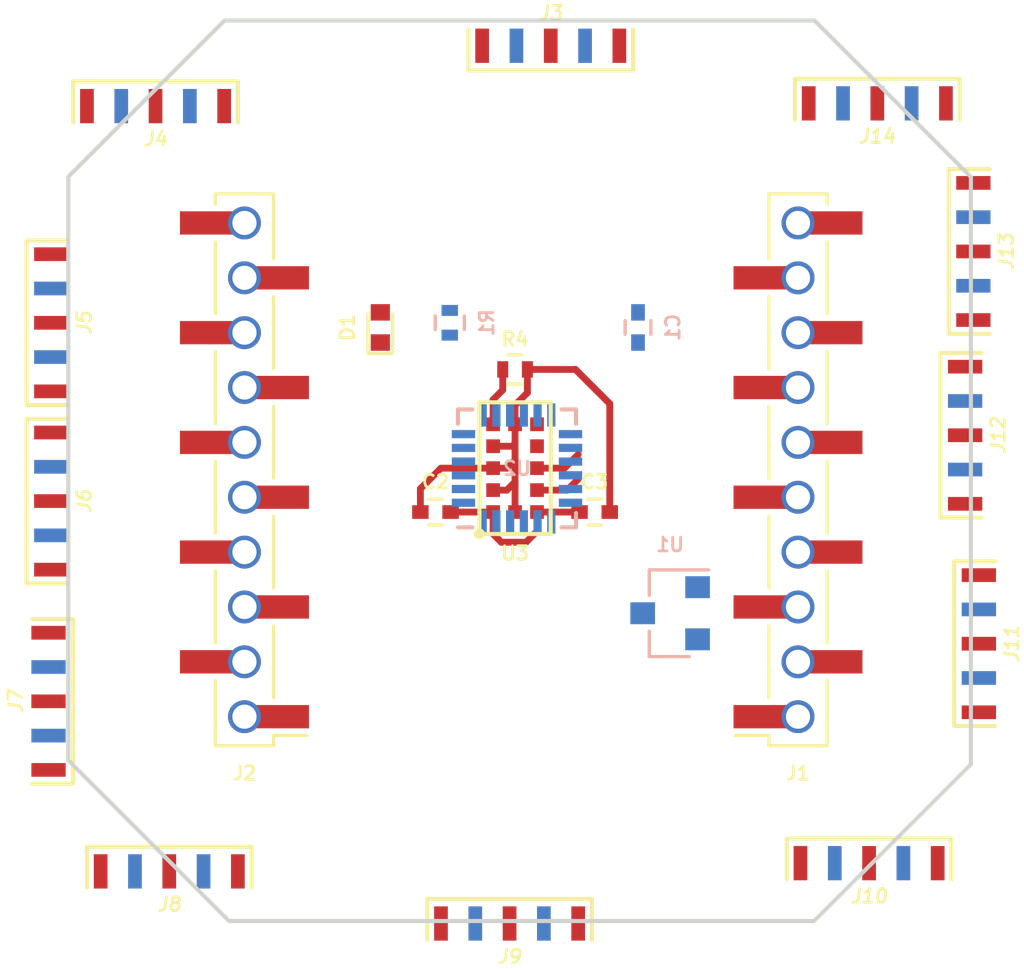
<source format=kicad_pcb>
(kicad_pcb (version 4) (host pcbnew 4.0.7-e2-6376~58~ubuntu16.04.1)

  (general
    (links 96)
    (no_connects 80)
    (area 132.644999 99.604999 165.685001 132.585001)
    (thickness 1.6)
    (drawings 10)
    (tracks 33)
    (zones 0)
    (modules 23)
    (nets 23)
  )

  (page A4)
  (layers
    (0 F.Cu signal)
    (31 B.Cu signal)
    (32 B.Adhes user)
    (33 F.Adhes user)
    (34 B.Paste user)
    (35 F.Paste user)
    (36 B.SilkS user)
    (37 F.SilkS user)
    (38 B.Mask user)
    (39 F.Mask user)
    (40 Dwgs.User user)
    (41 Cmts.User user)
    (42 Eco1.User user)
    (43 Eco2.User user)
    (44 Edge.Cuts user)
    (45 Margin user)
    (46 B.CrtYd user)
    (47 F.CrtYd user)
    (48 B.Fab user)
    (49 F.Fab user)
  )

  (setup
    (last_trace_width 0.25)
    (trace_clearance 0.2)
    (zone_clearance 0.2)
    (zone_45_only no)
    (trace_min 0.2)
    (segment_width 0.2)
    (edge_width 0.15)
    (via_size 0.6)
    (via_drill 0.4)
    (via_min_size 0.4)
    (via_min_drill 0.3)
    (uvia_size 0.3)
    (uvia_drill 0.1)
    (uvias_allowed no)
    (uvia_min_size 0.2)
    (uvia_min_drill 0.1)
    (pcb_text_width 0.3)
    (pcb_text_size 1.5 1.5)
    (mod_edge_width 0.15)
    (mod_text_size 0.5 0.5)
    (mod_text_width 0.1)
    (pad_size 0.5 0.5)
    (pad_drill 0)
    (pad_to_mask_clearance 0.2)
    (aux_axis_origin 0 0)
    (visible_elements FFFE733F)
    (pcbplotparams
      (layerselection 0x00030_80000001)
      (usegerberextensions false)
      (excludeedgelayer true)
      (linewidth 0.100000)
      (plotframeref false)
      (viasonmask false)
      (mode 1)
      (useauxorigin false)
      (hpglpennumber 1)
      (hpglpenspeed 20)
      (hpglpendiameter 15)
      (hpglpenoverlay 2)
      (psnegative false)
      (psa4output false)
      (plotreference true)
      (plotvalue true)
      (plotinvisibletext false)
      (padsonsilk false)
      (subtractmaskfromsilk false)
      (outputformat 1)
      (mirror false)
      (drillshape 1)
      (scaleselection 1)
      (outputdirectory ""))
  )

  (net 0 "")
  (net 1 GND)
  (net 2 VCC)
  (net 3 "Net-(D1-Pad2)")
  (net 4 "Net-(D1-Pad1)")
  (net 5 SDA)
  (net 6 SCL)
  (net 7 S01)
  (net 8 S02)
  (net 9 S03)
  (net 10 S04)
  (net 11 S05)
  (net 12 S06)
  (net 13 S07)
  (net 14 S08)
  (net 15 S09)
  (net 16 S10)
  (net 17 S11)
  (net 18 S12)
  (net 19 S13)
  (net 20 S14)
  (net 21 OW)
  (net 22 S15)

  (net_class Default "This is the default net class."
    (clearance 0.2)
    (trace_width 0.25)
    (via_dia 0.6)
    (via_drill 0.4)
    (uvia_dia 0.3)
    (uvia_drill 0.1)
    (add_net GND)
    (add_net "Net-(D1-Pad1)")
    (add_net "Net-(D1-Pad2)")
    (add_net OW)
    (add_net S01)
    (add_net S02)
    (add_net S03)
    (add_net S04)
    (add_net S05)
    (add_net S06)
    (add_net S07)
    (add_net S08)
    (add_net S09)
    (add_net S10)
    (add_net S11)
    (add_net S12)
    (add_net S13)
    (add_net S14)
    (add_net S15)
    (add_net SCL)
    (add_net SDA)
    (add_net VCC)
  )

  (module Pin_Header_Straight_1x10_Pitch2.00mm_SMD_Pin1Right (layer F.Cu) (tedit 5B59ECD9) (tstamp 5B58A326)
    (at 159.31 116.06 180)
    (descr "surface-mounted straight pin header, 1x10, 2.00mm pitch, single row, style 2 (pin 1 right)")
    (tags "Surface mounted pin header SMD 1x10 2.00mm single row style2 pin1 right")
    (path /5B57464F)
    (attr smd)
    (fp_text reference J1 (at 0 -11.06 180) (layer F.SilkS)
      (effects (font (size 0.5 0.5) (thickness 0.1)))
    )
    (fp_text value RIGHT (at 0 11.06 180) (layer F.Fab)
      (effects (font (size 0.5 0.5) (thickness 0.1)))
    )
    (fp_line (start 1 10) (end -1 10) (layer F.Fab) (width 0.1))
    (fp_line (start -1 -10) (end 0.25 -10) (layer F.Fab) (width 0.1))
    (fp_line (start 1 10) (end 1 -9.25) (layer F.Fab) (width 0.1))
    (fp_line (start 1 -9.25) (end 0.25 -10) (layer F.Fab) (width 0.1))
    (fp_line (start -1 -10) (end -1 10) (layer F.Fab) (width 0.1))
    (fp_line (start -1 -7.25) (end -2.1 -7.25) (layer F.Fab) (width 0.1))
    (fp_line (start -2.1 -7.25) (end -2.1 -6.75) (layer F.Fab) (width 0.1))
    (fp_line (start -2.1 -6.75) (end -1 -6.75) (layer F.Fab) (width 0.1))
    (fp_line (start -1 -3.25) (end -2.1 -3.25) (layer F.Fab) (width 0.1))
    (fp_line (start -2.1 -3.25) (end -2.1 -2.75) (layer F.Fab) (width 0.1))
    (fp_line (start -2.1 -2.75) (end -1 -2.75) (layer F.Fab) (width 0.1))
    (fp_line (start -1 0.75) (end -2.1 0.75) (layer F.Fab) (width 0.1))
    (fp_line (start -2.1 0.75) (end -2.1 1.25) (layer F.Fab) (width 0.1))
    (fp_line (start -2.1 1.25) (end -1 1.25) (layer F.Fab) (width 0.1))
    (fp_line (start -1 4.75) (end -2.1 4.75) (layer F.Fab) (width 0.1))
    (fp_line (start -2.1 4.75) (end -2.1 5.25) (layer F.Fab) (width 0.1))
    (fp_line (start -2.1 5.25) (end -1 5.25) (layer F.Fab) (width 0.1))
    (fp_line (start -1 8.75) (end -2.1 8.75) (layer F.Fab) (width 0.1))
    (fp_line (start -2.1 8.75) (end -2.1 9.25) (layer F.Fab) (width 0.1))
    (fp_line (start -2.1 9.25) (end -1 9.25) (layer F.Fab) (width 0.1))
    (fp_line (start 1 -9.25) (end 2.1 -9.25) (layer F.Fab) (width 0.1))
    (fp_line (start 2.1 -9.25) (end 2.1 -8.75) (layer F.Fab) (width 0.1))
    (fp_line (start 2.1 -8.75) (end 1 -8.75) (layer F.Fab) (width 0.1))
    (fp_line (start 1 -5.25) (end 2.1 -5.25) (layer F.Fab) (width 0.1))
    (fp_line (start 2.1 -5.25) (end 2.1 -4.75) (layer F.Fab) (width 0.1))
    (fp_line (start 2.1 -4.75) (end 1 -4.75) (layer F.Fab) (width 0.1))
    (fp_line (start 1 -1.25) (end 2.1 -1.25) (layer F.Fab) (width 0.1))
    (fp_line (start 2.1 -1.25) (end 2.1 -0.75) (layer F.Fab) (width 0.1))
    (fp_line (start 2.1 -0.75) (end 1 -0.75) (layer F.Fab) (width 0.1))
    (fp_line (start 1 2.75) (end 2.1 2.75) (layer F.Fab) (width 0.1))
    (fp_line (start 2.1 2.75) (end 2.1 3.25) (layer F.Fab) (width 0.1))
    (fp_line (start 2.1 3.25) (end 1 3.25) (layer F.Fab) (width 0.1))
    (fp_line (start 1 6.75) (end 2.1 6.75) (layer F.Fab) (width 0.1))
    (fp_line (start 2.1 6.75) (end 2.1 7.25) (layer F.Fab) (width 0.1))
    (fp_line (start 2.1 7.25) (end 1 7.25) (layer F.Fab) (width 0.1))
    (fp_line (start -1.06 -10.06) (end 1.06 -10.06) (layer F.SilkS) (width 0.12))
    (fp_line (start -1.06 10.06) (end 1.06 10.06) (layer F.SilkS) (width 0.12))
    (fp_line (start 1.06 -8.315) (end 1.06 -5.685) (layer F.SilkS) (width 0.12))
    (fp_line (start 1.06 -4.315) (end 1.06 -1.685) (layer F.SilkS) (width 0.12))
    (fp_line (start 1.06 -0.315) (end 1.06 2.315) (layer F.SilkS) (width 0.12))
    (fp_line (start 1.06 3.685) (end 1.06 6.315) (layer F.SilkS) (width 0.12))
    (fp_line (start 1.06 7.685) (end 1.06 10.06) (layer F.SilkS) (width 0.12))
    (fp_line (start -1.06 -10.06) (end -1.06 -7.685) (layer F.SilkS) (width 0.12))
    (fp_line (start 1.06 -9.685) (end 2.29 -9.685) (layer F.SilkS) (width 0.12))
    (fp_line (start 1.06 -10.06) (end 1.06 -9.685) (layer F.SilkS) (width 0.12))
    (fp_line (start -1.06 9.685) (end -1.06 10.06) (layer F.SilkS) (width 0.12))
    (fp_line (start -1.06 -6.315) (end -1.06 -3.685) (layer F.SilkS) (width 0.12))
    (fp_line (start -1.06 -2.315) (end -1.06 0.315) (layer F.SilkS) (width 0.12))
    (fp_line (start -1.06 1.685) (end -1.06 4.315) (layer F.SilkS) (width 0.12))
    (fp_line (start -1.06 5.685) (end -1.06 8.315) (layer F.SilkS) (width 0.12))
    (fp_line (start -2.85 -10.5) (end -2.85 10.5) (layer F.CrtYd) (width 0.05))
    (fp_line (start -2.85 10.5) (end 2.85 10.5) (layer F.CrtYd) (width 0.05))
    (fp_line (start 2.85 10.5) (end 2.85 -10.5) (layer F.CrtYd) (width 0.05))
    (fp_line (start 2.85 -10.5) (end -2.85 -10.5) (layer F.CrtYd) (width 0.05))
    (fp_text user %R (at 0 0 270) (layer F.Fab)
      (effects (font (size 0.5 0.5) (thickness 0.1)))
    )
    (pad 2 smd rect (at -1.175 -7 180) (size 2.35 0.85) (layers F.Cu F.Paste F.Mask))
    (pad 4 smd rect (at -1.175 -3 180) (size 2.35 0.85) (layers F.Cu F.Paste F.Mask))
    (pad 6 smd rect (at -1.175 1 180) (size 2.35 0.85) (layers F.Cu F.Paste F.Mask))
    (pad 8 smd rect (at -1.175 5 180) (size 2.35 0.85) (layers F.Cu F.Paste F.Mask)
      (net 21 OW))
    (pad 10 smd rect (at -1.175 9 180) (size 2.35 0.85) (layers F.Cu F.Paste F.Mask))
    (pad 1 smd rect (at 1.175 -9 180) (size 2.35 0.85) (layers F.Cu F.Paste F.Mask))
    (pad 3 smd rect (at 1.175 -5 180) (size 2.35 0.85) (layers F.Cu F.Paste F.Mask))
    (pad 5 smd rect (at 1.175 -1 180) (size 2.35 0.85) (layers F.Cu F.Paste F.Mask))
    (pad 7 smd rect (at 1.175 3 180) (size 2.35 0.85) (layers F.Cu F.Paste F.Mask))
    (pad 9 smd rect (at 1.175 7 180) (size 2.35 0.85) (layers F.Cu F.Paste F.Mask))
    (pad 1 thru_hole circle (at 0 -9 180) (size 1.2 1.2) (drill 0.88) (layers *.Cu *.Mask))
    (pad 2 thru_hole circle (at 0 -7 180) (size 1.2 1.2) (drill 0.88) (layers *.Cu *.Mask))
    (pad 3 thru_hole circle (at 0 -5 180) (size 1.2 1.2) (drill 0.88) (layers *.Cu *.Mask))
    (pad 4 thru_hole circle (at 0 -3 180) (size 1.2 1.2) (drill 0.88) (layers *.Cu *.Mask))
    (pad 5 thru_hole circle (at 0 -1 180) (size 1.2 1.2) (drill 0.88) (layers *.Cu *.Mask))
    (pad 6 thru_hole circle (at 0 1 180) (size 1.2 1.2) (drill 0.88) (layers *.Cu *.Mask))
    (pad 7 thru_hole circle (at 0 3 180) (size 1.2 1.2) (drill 0.88) (layers *.Cu *.Mask))
    (pad 8 thru_hole circle (at 0 5 180) (size 1.2 1.2) (drill 0.88) (layers *.Cu *.Mask)
      (net 21 OW))
    (pad 9 thru_hole circle (at 0 7 180) (size 1.2 1.2) (drill 0.88) (layers *.Cu *.Mask))
    (pad 10 thru_hole circle (at 0 9 180) (size 1.2 1.2) (drill 0.88) (layers *.Cu *.Mask))
    (model ${KISYS3DMOD}/Pin_Headers.3dshapes/Pin_Header_Straight_1x10_Pitch2.00mm_SMD_Pin1Right.wrl
      (at (xyz 0 0 0))
      (scale (xyz 1 1 1))
      (rotate (xyz 0 0 0))
    )
  )

  (module Pin_Header_Straight_1x10_Pitch2.00mm_SMD_Pin1Left (layer F.Cu) (tedit 5B59EC0B) (tstamp 5B58A333)
    (at 139.14 116.06 180)
    (descr "surface-mounted straight pin header, 1x10, 2.00mm pitch, single row, style 1 (pin 1 left)")
    (tags "Surface mounted pin header SMD 1x10 2.00mm single row style1 pin1 left")
    (path /5B574892)
    (attr smd)
    (fp_text reference J2 (at 0 -11.06 180) (layer F.SilkS)
      (effects (font (size 0.5 0.5) (thickness 0.1)))
    )
    (fp_text value LEFT (at 0 11.06 180) (layer F.Fab)
      (effects (font (size 0.5 0.5) (thickness 0.1)))
    )
    (fp_line (start 1 10) (end -1 10) (layer F.Fab) (width 0.1))
    (fp_line (start -0.25 -10) (end 1 -10) (layer F.Fab) (width 0.1))
    (fp_line (start -1 10) (end -1 -9.25) (layer F.Fab) (width 0.1))
    (fp_line (start -1 -9.25) (end -0.25 -10) (layer F.Fab) (width 0.1))
    (fp_line (start 1 -10) (end 1 10) (layer F.Fab) (width 0.1))
    (fp_line (start -1 -9.25) (end -2.1 -9.25) (layer F.Fab) (width 0.1))
    (fp_line (start -2.1 -9.25) (end -2.1 -8.75) (layer F.Fab) (width 0.1))
    (fp_line (start -2.1 -8.75) (end -1 -8.75) (layer F.Fab) (width 0.1))
    (fp_line (start -1 -5.25) (end -2.1 -5.25) (layer F.Fab) (width 0.1))
    (fp_line (start -2.1 -5.25) (end -2.1 -4.75) (layer F.Fab) (width 0.1))
    (fp_line (start -2.1 -4.75) (end -1 -4.75) (layer F.Fab) (width 0.1))
    (fp_line (start -1 -1.25) (end -2.1 -1.25) (layer F.Fab) (width 0.1))
    (fp_line (start -2.1 -1.25) (end -2.1 -0.75) (layer F.Fab) (width 0.1))
    (fp_line (start -2.1 -0.75) (end -1 -0.75) (layer F.Fab) (width 0.1))
    (fp_line (start -1 2.75) (end -2.1 2.75) (layer F.Fab) (width 0.1))
    (fp_line (start -2.1 2.75) (end -2.1 3.25) (layer F.Fab) (width 0.1))
    (fp_line (start -2.1 3.25) (end -1 3.25) (layer F.Fab) (width 0.1))
    (fp_line (start -1 6.75) (end -2.1 6.75) (layer F.Fab) (width 0.1))
    (fp_line (start -2.1 6.75) (end -2.1 7.25) (layer F.Fab) (width 0.1))
    (fp_line (start -2.1 7.25) (end -1 7.25) (layer F.Fab) (width 0.1))
    (fp_line (start 1 -7.25) (end 2.1 -7.25) (layer F.Fab) (width 0.1))
    (fp_line (start 2.1 -7.25) (end 2.1 -6.75) (layer F.Fab) (width 0.1))
    (fp_line (start 2.1 -6.75) (end 1 -6.75) (layer F.Fab) (width 0.1))
    (fp_line (start 1 -3.25) (end 2.1 -3.25) (layer F.Fab) (width 0.1))
    (fp_line (start 2.1 -3.25) (end 2.1 -2.75) (layer F.Fab) (width 0.1))
    (fp_line (start 2.1 -2.75) (end 1 -2.75) (layer F.Fab) (width 0.1))
    (fp_line (start 1 0.75) (end 2.1 0.75) (layer F.Fab) (width 0.1))
    (fp_line (start 2.1 0.75) (end 2.1 1.25) (layer F.Fab) (width 0.1))
    (fp_line (start 2.1 1.25) (end 1 1.25) (layer F.Fab) (width 0.1))
    (fp_line (start 1 4.75) (end 2.1 4.75) (layer F.Fab) (width 0.1))
    (fp_line (start 2.1 4.75) (end 2.1 5.25) (layer F.Fab) (width 0.1))
    (fp_line (start 2.1 5.25) (end 1 5.25) (layer F.Fab) (width 0.1))
    (fp_line (start 1 8.75) (end 2.1 8.75) (layer F.Fab) (width 0.1))
    (fp_line (start 2.1 8.75) (end 2.1 9.25) (layer F.Fab) (width 0.1))
    (fp_line (start 2.1 9.25) (end 1 9.25) (layer F.Fab) (width 0.1))
    (fp_line (start -1.06 -10.06) (end 1.06 -10.06) (layer F.SilkS) (width 0.12))
    (fp_line (start -1.06 10.06) (end 1.06 10.06) (layer F.SilkS) (width 0.12))
    (fp_line (start 1.06 -10.06) (end 1.06 -7.685) (layer F.SilkS) (width 0.12))
    (fp_line (start -1.06 -9.685) (end -2.29 -9.685) (layer F.SilkS) (width 0.12))
    (fp_line (start -1.06 -10.06) (end -1.06 -9.685) (layer F.SilkS) (width 0.12))
    (fp_line (start 1.06 9.685) (end 1.06 10.06) (layer F.SilkS) (width 0.12))
    (fp_line (start 1.06 -6.315) (end 1.06 -3.685) (layer F.SilkS) (width 0.12))
    (fp_line (start 1.06 -2.315) (end 1.06 0.315) (layer F.SilkS) (width 0.12))
    (fp_line (start 1.06 1.685) (end 1.06 4.315) (layer F.SilkS) (width 0.12))
    (fp_line (start 1.06 5.685) (end 1.06 8.315) (layer F.SilkS) (width 0.12))
    (fp_line (start -1.06 -8.315) (end -1.06 -5.685) (layer F.SilkS) (width 0.12))
    (fp_line (start -1.06 -4.315) (end -1.06 -1.685) (layer F.SilkS) (width 0.12))
    (fp_line (start -1.06 -0.315) (end -1.06 2.315) (layer F.SilkS) (width 0.12))
    (fp_line (start -1.06 3.685) (end -1.06 6.315) (layer F.SilkS) (width 0.12))
    (fp_line (start -1.06 7.685) (end -1.06 10.06) (layer F.SilkS) (width 0.12))
    (fp_line (start -2.85 -10.5) (end -2.85 10.5) (layer F.CrtYd) (width 0.05))
    (fp_line (start -2.85 10.5) (end 2.85 10.5) (layer F.CrtYd) (width 0.05))
    (fp_line (start 2.85 10.5) (end 2.85 -10.5) (layer F.CrtYd) (width 0.05))
    (fp_line (start 2.85 -10.5) (end -2.85 -10.5) (layer F.CrtYd) (width 0.05))
    (fp_text user %R (at 0 0 270) (layer F.Fab)
      (effects (font (size 0.5 0.5) (thickness 0.1)))
    )
    (pad 1 smd rect (at -1.175 -9 180) (size 2.35 0.85) (layers F.Cu F.Paste F.Mask)
      (net 2 VCC))
    (pad 3 smd rect (at -1.175 -5 180) (size 2.35 0.85) (layers F.Cu F.Paste F.Mask))
    (pad 5 smd rect (at -1.175 -1 180) (size 2.35 0.85) (layers F.Cu F.Paste F.Mask)
      (net 6 SCL))
    (pad 7 smd rect (at -1.175 3 180) (size 2.35 0.85) (layers F.Cu F.Paste F.Mask))
    (pad 9 smd rect (at -1.175 7 180) (size 2.35 0.85) (layers F.Cu F.Paste F.Mask))
    (pad 2 smd rect (at 1.175 -7 180) (size 2.35 0.85) (layers F.Cu F.Paste F.Mask))
    (pad 4 smd rect (at 1.175 -3 180) (size 2.35 0.85) (layers F.Cu F.Paste F.Mask)
      (net 5 SDA))
    (pad 6 smd rect (at 1.175 1 180) (size 2.35 0.85) (layers F.Cu F.Paste F.Mask))
    (pad 8 smd rect (at 1.175 5 180) (size 2.35 0.85) (layers F.Cu F.Paste F.Mask))
    (pad 10 smd rect (at 1.175 9 180) (size 2.35 0.85) (layers F.Cu F.Paste F.Mask)
      (net 1 GND))
    (pad 1 thru_hole circle (at 0 -9 180) (size 1.2 1.2) (drill 0.88) (layers *.Cu *.Mask)
      (net 2 VCC))
    (pad 2 thru_hole circle (at 0 -7 180) (size 1.2 1.2) (drill 0.88) (layers *.Cu *.Mask))
    (pad 3 thru_hole circle (at 0 -5 180) (size 1.2 1.2) (drill 0.88) (layers *.Cu *.Mask))
    (pad 4 thru_hole circle (at 0 -3 180) (size 1.2 1.2) (drill 0.88) (layers *.Cu *.Mask)
      (net 5 SDA))
    (pad 5 thru_hole circle (at 0 -1 180) (size 1.2 1.2) (drill 0.88) (layers *.Cu *.Mask)
      (net 6 SCL))
    (pad 6 thru_hole circle (at 0 1 180) (size 1.2 1.2) (drill 0.88) (layers *.Cu *.Mask))
    (pad 7 thru_hole circle (at 0 3 180) (size 1.2 1.2) (drill 0.88) (layers *.Cu *.Mask))
    (pad 8 thru_hole circle (at 0 5 180) (size 1.2 1.2) (drill 0.88) (layers *.Cu *.Mask))
    (pad 9 thru_hole circle (at 0 7 180) (size 1.2 1.2) (drill 0.88) (layers *.Cu *.Mask))
    (pad 10 thru_hole circle (at 0 9 180) (size 1.2 1.2) (drill 0.88) (layers *.Cu *.Mask)
      (net 1 GND))
    (model ${KISYS3DMOD}/Pin_Headers.3dshapes/Pin_Header_Straight_1x10_Pitch2.00mm_SMD_Pin1Left.wrl
      (at (xyz 0 0 0))
      (scale (xyz 1 1 1))
      (rotate (xyz 0 0 0))
    )
  )

  (module TO_SOT_Packages_SMD:SOT-23 (layer B.Cu) (tedit 58CE4E7E) (tstamp 5B58825D)
    (at 154.65 121.29 180)
    (descr "SOT-23, Standard")
    (tags SOT-23)
    (path /5B575B36)
    (attr smd)
    (fp_text reference U1 (at 0 2.5 180) (layer B.SilkS)
      (effects (font (size 0.5 0.5) (thickness 0.1)) (justify mirror))
    )
    (fp_text value DS28E05 (at 0 -2.5 180) (layer B.Fab)
      (effects (font (size 0.5 0.5) (thickness 0.1)) (justify mirror))
    )
    (fp_text user %R (at 0 0 450) (layer B.Fab)
      (effects (font (size 0.5 0.5) (thickness 0.1)) (justify mirror))
    )
    (fp_line (start -0.7 0.95) (end -0.7 -1.5) (layer B.Fab) (width 0.1))
    (fp_line (start -0.15 1.52) (end 0.7 1.52) (layer B.Fab) (width 0.1))
    (fp_line (start -0.7 0.95) (end -0.15 1.52) (layer B.Fab) (width 0.1))
    (fp_line (start 0.7 1.52) (end 0.7 -1.52) (layer B.Fab) (width 0.1))
    (fp_line (start -0.7 -1.52) (end 0.7 -1.52) (layer B.Fab) (width 0.1))
    (fp_line (start 0.76 -1.58) (end 0.76 -0.65) (layer B.SilkS) (width 0.12))
    (fp_line (start 0.76 1.58) (end 0.76 0.65) (layer B.SilkS) (width 0.12))
    (fp_line (start -1.7 1.75) (end 1.7 1.75) (layer B.CrtYd) (width 0.05))
    (fp_line (start 1.7 1.75) (end 1.7 -1.75) (layer B.CrtYd) (width 0.05))
    (fp_line (start 1.7 -1.75) (end -1.7 -1.75) (layer B.CrtYd) (width 0.05))
    (fp_line (start -1.7 -1.75) (end -1.7 1.75) (layer B.CrtYd) (width 0.05))
    (fp_line (start 0.76 1.58) (end -1.4 1.58) (layer B.SilkS) (width 0.12))
    (fp_line (start 0.76 -1.58) (end -0.7 -1.58) (layer B.SilkS) (width 0.12))
    (pad 1 smd rect (at -1 0.95 180) (size 0.9 0.8) (layers B.Cu B.Paste B.Mask)
      (net 21 OW))
    (pad 2 smd rect (at -1 -0.95 180) (size 0.9 0.8) (layers B.Cu B.Paste B.Mask))
    (pad 3 smd rect (at 1 0 180) (size 0.9 0.8) (layers B.Cu B.Paste B.Mask)
      (net 1 GND))
    (model ${KISYS3DMOD}/TO_SOT_Packages_SMD.3dshapes/SOT-23.wrl
      (at (xyz 0 0 0))
      (scale (xyz 1 1 1))
      (rotate (xyz 0 0 0))
    )
  )

  (module Housings_DFN_QFN:QFN-24_4x4mm_Pitch0.5mm (layer B.Cu) (tedit 5B5881D9) (tstamp 5B588279)
    (at 149.07 116.01)
    (descr "24-Lead Plastic Quad Flat, No Lead Package (MJ) - 4x4x0.9 mm Body [QFN]; (see Microchip Packaging Specification 00000049BS.pdf)")
    (tags "QFN 0.5")
    (path /5B574186)
    (attr smd)
    (fp_text reference U2 (at 0 0) (layer B.SilkS)
      (effects (font (size 0.5 0.5) (thickness 0.1)) (justify mirror))
    )
    (fp_text value PCA9555 (at 0 -3.375) (layer B.Fab)
      (effects (font (size 0.5 0.5) (thickness 0.1)) (justify mirror))
    )
    (fp_line (start -1 2) (end 2 2) (layer B.Fab) (width 0.15))
    (fp_line (start 2 2) (end 2 -2) (layer B.Fab) (width 0.15))
    (fp_line (start 2 -2) (end -2 -2) (layer B.Fab) (width 0.15))
    (fp_line (start -2 -2) (end -2 1) (layer B.Fab) (width 0.15))
    (fp_line (start -2 1) (end -1 2) (layer B.Fab) (width 0.15))
    (fp_line (start -2.65 2.65) (end -2.65 -2.65) (layer B.CrtYd) (width 0.05))
    (fp_line (start 2.65 2.65) (end 2.65 -2.65) (layer B.CrtYd) (width 0.05))
    (fp_line (start -2.65 2.65) (end 2.65 2.65) (layer B.CrtYd) (width 0.05))
    (fp_line (start -2.65 -2.65) (end 2.65 -2.65) (layer B.CrtYd) (width 0.05))
    (fp_line (start 2.15 2.15) (end 2.15 1.625) (layer B.SilkS) (width 0.15))
    (fp_line (start -2.15 -2.15) (end -2.15 -1.625) (layer B.SilkS) (width 0.15))
    (fp_line (start 2.15 -2.15) (end 2.15 -1.625) (layer B.SilkS) (width 0.15))
    (fp_line (start -2.15 2.15) (end -1.625 2.15) (layer B.SilkS) (width 0.15))
    (fp_line (start -2.15 -2.15) (end -1.625 -2.15) (layer B.SilkS) (width 0.15))
    (fp_line (start 2.15 -2.15) (end 1.625 -2.15) (layer B.SilkS) (width 0.15))
    (fp_line (start 2.15 2.15) (end 1.625 2.15) (layer B.SilkS) (width 0.15))
    (pad 1 smd rect (at -1.95 1.25) (size 0.85 0.3) (layers B.Cu B.Paste B.Mask)
      (net 4 "Net-(D1-Pad1)"))
    (pad 2 smd rect (at -1.95 0.75) (size 0.85 0.3) (layers B.Cu B.Paste B.Mask)
      (net 7 S01))
    (pad 3 smd rect (at -1.95 0.25) (size 0.85 0.3) (layers B.Cu B.Paste B.Mask)
      (net 8 S02))
    (pad 4 smd rect (at -1.95 -0.25) (size 0.85 0.3) (layers B.Cu B.Paste B.Mask)
      (net 9 S03))
    (pad 5 smd rect (at -1.95 -0.75) (size 0.85 0.3) (layers B.Cu B.Paste B.Mask)
      (net 10 S04))
    (pad 6 smd rect (at -1.95 -1.25) (size 0.85 0.3) (layers B.Cu B.Paste B.Mask)
      (net 11 S05))
    (pad 7 smd rect (at -1.25 -1.95 270) (size 0.85 0.3) (layers B.Cu B.Paste B.Mask)
      (net 12 S06))
    (pad 8 smd rect (at -0.75 -1.95 270) (size 0.85 0.3) (layers B.Cu B.Paste B.Mask)
      (net 13 S07))
    (pad 9 smd rect (at -0.25 -1.95 270) (size 0.85 0.3) (layers B.Cu B.Paste B.Mask)
      (net 1 GND))
    (pad 10 smd rect (at 0.25 -1.95 270) (size 0.85 0.3) (layers B.Cu B.Paste B.Mask)
      (net 14 S08))
    (pad 11 smd rect (at 0.75 -1.95 270) (size 0.85 0.3) (layers B.Cu B.Paste B.Mask)
      (net 15 S09))
    (pad 12 smd rect (at 1.25 -1.95 270) (size 0.85 0.3) (layers B.Cu B.Paste B.Mask)
      (net 16 S10))
    (pad 13 smd rect (at 1.95 -1.25) (size 0.85 0.3) (layers B.Cu B.Paste B.Mask)
      (net 17 S11))
    (pad 14 smd rect (at 1.95 -0.75) (size 0.85 0.3) (layers B.Cu B.Paste B.Mask)
      (net 18 S12))
    (pad 15 smd rect (at 1.95 -0.25) (size 0.85 0.3) (layers B.Cu B.Paste B.Mask)
      (net 19 S13))
    (pad 16 smd rect (at 1.95 0.25) (size 0.85 0.3) (layers B.Cu B.Paste B.Mask)
      (net 20 S14))
    (pad 17 smd rect (at 1.95 0.75) (size 0.85 0.3) (layers B.Cu B.Paste B.Mask)
      (net 22 S15))
    (pad 18 smd rect (at 1.95 1.25) (size 0.85 0.3) (layers B.Cu B.Paste B.Mask)
      (net 1 GND))
    (pad 19 smd rect (at 1.25 1.95 270) (size 0.85 0.3) (layers B.Cu B.Paste B.Mask)
      (net 6 SCL))
    (pad 20 smd rect (at 0.75 1.95 270) (size 0.85 0.3) (layers B.Cu B.Paste B.Mask)
      (net 5 SDA))
    (pad 21 smd rect (at 0.25 1.95 270) (size 0.85 0.3) (layers B.Cu B.Paste B.Mask)
      (net 2 VCC))
    (pad 22 smd rect (at -0.25 1.95 270) (size 0.85 0.3) (layers B.Cu B.Paste B.Mask))
    (pad 23 smd rect (at -0.75 1.95 270) (size 0.85 0.3) (layers B.Cu B.Paste B.Mask)
      (net 1 GND))
    (pad 24 smd rect (at -1.25 1.95 270) (size 0.85 0.3) (layers B.Cu B.Paste B.Mask)
      (net 1 GND))
    (model ${KISYS3DMOD}/Housings_DFN_QFN.3dshapes/QFN-24-1EP_4x4mm_Pitch0.5mm.wrl
      (at (xyz 0 0 0))
      (scale (xyz 1 1 1))
      (rotate (xyz 0 0 0))
    )
  )

  (module Capacitors_SMD:C_0402 (layer B.Cu) (tedit 58AA841A) (tstamp 5B59E919)
    (at 153.48 110.87 90)
    (descr "Capacitor SMD 0402, reflow soldering, AVX (see smccp.pdf)")
    (tags "capacitor 0402")
    (path /5B574396)
    (attr smd)
    (fp_text reference C1 (at 0 1.27 90) (layer B.SilkS)
      (effects (font (size 0.5 0.5) (thickness 0.1)) (justify mirror))
    )
    (fp_text value 100n (at 0 -1.27 90) (layer B.Fab)
      (effects (font (size 0.5 0.5) (thickness 0.1)) (justify mirror))
    )
    (fp_text user %R (at 0 1.27 90) (layer B.Fab)
      (effects (font (size 0.5 0.5) (thickness 0.1)) (justify mirror))
    )
    (fp_line (start -0.5 -0.25) (end -0.5 0.25) (layer B.Fab) (width 0.1))
    (fp_line (start 0.5 -0.25) (end -0.5 -0.25) (layer B.Fab) (width 0.1))
    (fp_line (start 0.5 0.25) (end 0.5 -0.25) (layer B.Fab) (width 0.1))
    (fp_line (start -0.5 0.25) (end 0.5 0.25) (layer B.Fab) (width 0.1))
    (fp_line (start 0.25 0.47) (end -0.25 0.47) (layer B.SilkS) (width 0.12))
    (fp_line (start -0.25 -0.47) (end 0.25 -0.47) (layer B.SilkS) (width 0.12))
    (fp_line (start -1 0.4) (end 1 0.4) (layer B.CrtYd) (width 0.05))
    (fp_line (start -1 0.4) (end -1 -0.4) (layer B.CrtYd) (width 0.05))
    (fp_line (start 1 -0.4) (end 1 0.4) (layer B.CrtYd) (width 0.05))
    (fp_line (start 1 -0.4) (end -1 -0.4) (layer B.CrtYd) (width 0.05))
    (pad 1 smd rect (at -0.55 0 90) (size 0.6 0.5) (layers B.Cu B.Paste B.Mask)
      (net 2 VCC))
    (pad 2 smd rect (at 0.55 0 90) (size 0.6 0.5) (layers B.Cu B.Paste B.Mask)
      (net 1 GND))
    (model Capacitors_SMD.3dshapes/C_0402.wrl
      (at (xyz 0 0 0))
      (scale (xyz 1 1 1))
      (rotate (xyz 0 0 0))
    )
  )

  (module Capacitors_SMD:C_0402 (layer F.Cu) (tedit 5B59EE51) (tstamp 5B59E923)
    (at 146.1 117.6 180)
    (descr "Capacitor SMD 0402, reflow soldering, AVX (see smccp.pdf)")
    (tags "capacitor 0402")
    (path /5B58B483)
    (attr smd)
    (fp_text reference C2 (at 0 1.1 180) (layer F.SilkS)
      (effects (font (size 0.5 0.5) (thickness 0.1)))
    )
    (fp_text value 100n (at 0 1.27 180) (layer F.Fab)
      (effects (font (size 0.5 0.5) (thickness 0.1)))
    )
    (fp_text user %R (at 0 1.1 180) (layer F.Fab)
      (effects (font (size 0.5 0.5) (thickness 0.1)))
    )
    (fp_line (start -0.5 0.25) (end -0.5 -0.25) (layer F.Fab) (width 0.1))
    (fp_line (start 0.5 0.25) (end -0.5 0.25) (layer F.Fab) (width 0.1))
    (fp_line (start 0.5 -0.25) (end 0.5 0.25) (layer F.Fab) (width 0.1))
    (fp_line (start -0.5 -0.25) (end 0.5 -0.25) (layer F.Fab) (width 0.1))
    (fp_line (start 0.25 -0.47) (end -0.25 -0.47) (layer F.SilkS) (width 0.12))
    (fp_line (start -0.25 0.47) (end 0.25 0.47) (layer F.SilkS) (width 0.12))
    (fp_line (start -1 -0.4) (end 1 -0.4) (layer F.CrtYd) (width 0.05))
    (fp_line (start -1 -0.4) (end -1 0.4) (layer F.CrtYd) (width 0.05))
    (fp_line (start 1 0.4) (end 1 -0.4) (layer F.CrtYd) (width 0.05))
    (fp_line (start 1 0.4) (end -1 0.4) (layer F.CrtYd) (width 0.05))
    (pad 1 smd rect (at -0.55 0 180) (size 0.6 0.5) (layers F.Cu F.Paste F.Mask)
      (net 2 VCC))
    (pad 2 smd rect (at 0.55 0 180) (size 0.6 0.5) (layers F.Cu F.Paste F.Mask)
      (net 1 GND))
    (model Capacitors_SMD.3dshapes/C_0402.wrl
      (at (xyz 0 0 0))
      (scale (xyz 1 1 1))
      (rotate (xyz 0 0 0))
    )
  )

  (module Capacitors_SMD:C_0402 (layer F.Cu) (tedit 5B59EE57) (tstamp 5B59E929)
    (at 151.9 117.6)
    (descr "Capacitor SMD 0402, reflow soldering, AVX (see smccp.pdf)")
    (tags "capacitor 0402")
    (path /5B58DF49)
    (attr smd)
    (fp_text reference C3 (at 0 -1.1) (layer F.SilkS)
      (effects (font (size 0.5 0.5) (thickness 0.1)))
    )
    (fp_text value 4.7u (at 0 1.27) (layer F.Fab)
      (effects (font (size 0.5 0.5) (thickness 0.1)))
    )
    (fp_text user %R (at 0 -1.1) (layer F.Fab)
      (effects (font (size 0.5 0.5) (thickness 0.1)))
    )
    (fp_line (start -0.5 0.25) (end -0.5 -0.25) (layer F.Fab) (width 0.1))
    (fp_line (start 0.5 0.25) (end -0.5 0.25) (layer F.Fab) (width 0.1))
    (fp_line (start 0.5 -0.25) (end 0.5 0.25) (layer F.Fab) (width 0.1))
    (fp_line (start -0.5 -0.25) (end 0.5 -0.25) (layer F.Fab) (width 0.1))
    (fp_line (start 0.25 -0.47) (end -0.25 -0.47) (layer F.SilkS) (width 0.12))
    (fp_line (start -0.25 0.47) (end 0.25 0.47) (layer F.SilkS) (width 0.12))
    (fp_line (start -1 -0.4) (end 1 -0.4) (layer F.CrtYd) (width 0.05))
    (fp_line (start -1 -0.4) (end -1 0.4) (layer F.CrtYd) (width 0.05))
    (fp_line (start 1 0.4) (end 1 -0.4) (layer F.CrtYd) (width 0.05))
    (fp_line (start 1 0.4) (end -1 0.4) (layer F.CrtYd) (width 0.05))
    (pad 1 smd rect (at -0.55 0) (size 0.6 0.5) (layers F.Cu F.Paste F.Mask)
      (net 2 VCC))
    (pad 2 smd rect (at 0.55 0) (size 0.6 0.5) (layers F.Cu F.Paste F.Mask)
      (net 1 GND))
    (model Capacitors_SMD.3dshapes/C_0402.wrl
      (at (xyz 0 0 0))
      (scale (xyz 1 1 1))
      (rotate (xyz 0 0 0))
    )
  )

  (module LEDs:LED_0402 (layer F.Cu) (tedit 57FE9357) (tstamp 5B59E92A)
    (at 144.09 110.87 90)
    (descr "LED 0402 smd package")
    (tags "LED led 0402 SMD smd SMT smt smdled SMDLED smtled SMTLED")
    (path /5B574264)
    (attr smd)
    (fp_text reference D1 (at 0 -1.2 90) (layer F.SilkS)
      (effects (font (size 0.5 0.5) (thickness 0.1)))
    )
    (fp_text value POWER_LED (at 0 1.4 90) (layer F.Fab)
      (effects (font (size 0.5 0.5) (thickness 0.1)))
    )
    (fp_line (start -0.95 -0.45) (end -0.95 0.45) (layer F.SilkS) (width 0.12))
    (fp_line (start -0.15 -0.2) (end -0.15 0.2) (layer F.Fab) (width 0.1))
    (fp_line (start -0.15 0) (end 0.15 -0.2) (layer F.Fab) (width 0.1))
    (fp_line (start 0.15 0.2) (end -0.15 0) (layer F.Fab) (width 0.1))
    (fp_line (start 0.15 -0.2) (end 0.15 0.2) (layer F.Fab) (width 0.1))
    (fp_line (start 0.5 0.25) (end -0.5 0.25) (layer F.Fab) (width 0.1))
    (fp_line (start 0.5 -0.25) (end 0.5 0.25) (layer F.Fab) (width 0.1))
    (fp_line (start -0.5 -0.25) (end 0.5 -0.25) (layer F.Fab) (width 0.1))
    (fp_line (start -0.5 0.25) (end -0.5 -0.25) (layer F.Fab) (width 0.1))
    (fp_line (start -0.95 0.45) (end 0.5 0.45) (layer F.SilkS) (width 0.12))
    (fp_line (start -0.95 -0.45) (end 0.5 -0.45) (layer F.SilkS) (width 0.12))
    (fp_line (start 1 -0.5) (end 1 0.5) (layer F.CrtYd) (width 0.05))
    (fp_line (start 1 0.5) (end -1 0.5) (layer F.CrtYd) (width 0.05))
    (fp_line (start -1 0.5) (end -1 -0.5) (layer F.CrtYd) (width 0.05))
    (fp_line (start -1 -0.5) (end 1 -0.5) (layer F.CrtYd) (width 0.05))
    (pad 2 smd rect (at 0.55 0 270) (size 0.6 0.7) (layers F.Cu F.Paste F.Mask)
      (net 3 "Net-(D1-Pad2)"))
    (pad 1 smd rect (at -0.55 0 270) (size 0.6 0.7) (layers F.Cu F.Paste F.Mask)
      (net 4 "Net-(D1-Pad1)"))
    (model ${KISYS3DMOD}/LEDs.3dshapes/LED_0402.wrl
      (at (xyz 0 0 0))
      (scale (xyz 1 1 1))
      (rotate (xyz 0 0 180))
    )
  )

  (module Resistors_SMD:R_0402 (layer B.Cu) (tedit 58E0A804) (tstamp 5B59E9D7)
    (at 146.62 110.7 90)
    (descr "Resistor SMD 0402, reflow soldering, Vishay (see dcrcw.pdf)")
    (tags "resistor 0402")
    (path /5B576269)
    (attr smd)
    (fp_text reference R1 (at 0 1.35 90) (layer B.SilkS)
      (effects (font (size 0.5 0.5) (thickness 0.1)) (justify mirror))
    )
    (fp_text value 2k (at 0 -1.45 90) (layer B.Fab)
      (effects (font (size 0.5 0.5) (thickness 0.1)) (justify mirror))
    )
    (fp_text user %R (at 0 1.35 90) (layer B.Fab)
      (effects (font (size 0.5 0.5) (thickness 0.1)) (justify mirror))
    )
    (fp_line (start -0.5 -0.25) (end -0.5 0.25) (layer B.Fab) (width 0.1))
    (fp_line (start 0.5 -0.25) (end -0.5 -0.25) (layer B.Fab) (width 0.1))
    (fp_line (start 0.5 0.25) (end 0.5 -0.25) (layer B.Fab) (width 0.1))
    (fp_line (start -0.5 0.25) (end 0.5 0.25) (layer B.Fab) (width 0.1))
    (fp_line (start 0.25 0.53) (end -0.25 0.53) (layer B.SilkS) (width 0.12))
    (fp_line (start -0.25 -0.53) (end 0.25 -0.53) (layer B.SilkS) (width 0.12))
    (fp_line (start -0.8 0.45) (end 0.8 0.45) (layer B.CrtYd) (width 0.05))
    (fp_line (start -0.8 0.45) (end -0.8 -0.45) (layer B.CrtYd) (width 0.05))
    (fp_line (start 0.8 -0.45) (end 0.8 0.45) (layer B.CrtYd) (width 0.05))
    (fp_line (start 0.8 -0.45) (end -0.8 -0.45) (layer B.CrtYd) (width 0.05))
    (pad 1 smd rect (at -0.45 0 90) (size 0.4 0.6) (layers B.Cu B.Paste B.Mask)
      (net 2 VCC))
    (pad 2 smd rect (at 0.45 0 90) (size 0.4 0.6) (layers B.Cu B.Paste B.Mask)
      (net 3 "Net-(D1-Pad2)"))
    (model ${KISYS3DMOD}/Resistors_SMD.3dshapes/R_0402.wrl
      (at (xyz 0 0 0))
      (scale (xyz 1 1 1))
      (rotate (xyz 0 0 0))
    )
  )

  (module Resistors_SMD:R_0402 (layer F.Cu) (tedit 5B59EDB3) (tstamp 5B59E9E1)
    (at 149 112.4)
    (descr "Resistor SMD 0402, reflow soldering, Vishay (see dcrcw.pdf)")
    (tags "resistor 0402")
    (path /5B58A900)
    (attr smd)
    (fp_text reference R4 (at 0 -1.1) (layer F.SilkS)
      (effects (font (size 0.5 0.5) (thickness 0.1)))
    )
    (fp_text value 10k (at 1.7 0) (layer F.Fab)
      (effects (font (size 0.5 0.5) (thickness 0.1)))
    )
    (fp_text user %R (at 0 -1.1) (layer F.Fab)
      (effects (font (size 0.5 0.5) (thickness 0.1)))
    )
    (fp_line (start -0.5 0.25) (end -0.5 -0.25) (layer F.Fab) (width 0.1))
    (fp_line (start 0.5 0.25) (end -0.5 0.25) (layer F.Fab) (width 0.1))
    (fp_line (start 0.5 -0.25) (end 0.5 0.25) (layer F.Fab) (width 0.1))
    (fp_line (start -0.5 -0.25) (end 0.5 -0.25) (layer F.Fab) (width 0.1))
    (fp_line (start 0.25 -0.53) (end -0.25 -0.53) (layer F.SilkS) (width 0.12))
    (fp_line (start -0.25 0.53) (end 0.25 0.53) (layer F.SilkS) (width 0.12))
    (fp_line (start -0.8 -0.45) (end 0.8 -0.45) (layer F.CrtYd) (width 0.05))
    (fp_line (start -0.8 -0.45) (end -0.8 0.45) (layer F.CrtYd) (width 0.05))
    (fp_line (start 0.8 0.45) (end 0.8 -0.45) (layer F.CrtYd) (width 0.05))
    (fp_line (start 0.8 0.45) (end -0.8 0.45) (layer F.CrtYd) (width 0.05))
    (pad 1 smd rect (at -0.45 0) (size 0.4 0.6) (layers F.Cu F.Paste F.Mask)
      (net 22 S15))
    (pad 2 smd rect (at 0.45 0) (size 0.4 0.6) (layers F.Cu F.Paste F.Mask)
      (net 1 GND))
    (model ${KISYS3DMOD}/Resistors_SMD.3dshapes/R_0402.wrl
      (at (xyz 0 0 0))
      (scale (xyz 1 1 1))
      (rotate (xyz 0 0 0))
    )
  )

  (module footprint:VL53L1X (layer F.Cu) (tedit 5B59ED9B) (tstamp 5B59E9F8)
    (at 148.2 117.6)
    (path /5B58A20A)
    (fp_text reference U3 (at 0.8 1.5 180) (layer F.SilkS)
      (effects (font (size 0.5 0.5) (thickness 0.1)))
    )
    (fp_text value VL53L1X (at -1.075 -1.725 90) (layer F.Fab)
      (effects (font (size 0.5 0.5) (thickness 0.1)))
    )
    (fp_circle (center -0.5 0.8) (end -0.375 0.825) (layer F.SilkS) (width 0.15))
    (fp_line (start -0.5 0) (end -0.5 -4) (layer F.SilkS) (width 0.15))
    (fp_line (start -0.5 -4) (end 2.1 -4) (layer F.SilkS) (width 0.15))
    (fp_line (start 2.1 -4) (end 2.1 0.8) (layer F.SilkS) (width 0.15))
    (fp_line (start 2.1 0.8) (end -0.5 0.8) (layer F.SilkS) (width 0.15))
    (fp_line (start -0.5 0.8) (end -0.5 0) (layer F.SilkS) (width 0.15))
    (pad 1 smd rect (at 0 0) (size 0.5 0.5) (layers F.Cu F.Paste F.Mask)
      (net 2 VCC))
    (pad 2 smd rect (at 0 -0.8) (size 0.5 0.5) (layers F.Cu F.Paste F.Mask)
      (net 1 GND))
    (pad 3 smd rect (at 0 -1.6) (size 0.5 0.5) (layers F.Cu F.Paste F.Mask)
      (net 1 GND))
    (pad 4 smd rect (at 0 -2.4) (size 0.5 0.5) (layers F.Cu F.Paste F.Mask)
      (net 1 GND))
    (pad 5 smd rect (at 0 -3.2) (size 0.5 0.5) (layers F.Cu F.Paste F.Mask)
      (net 22 S15))
    (pad 6 smd rect (at 0.8 -3.2) (size 0.5 0.5) (layers F.Cu F.Paste F.Mask)
      (net 1 GND))
    (pad 7 smd rect (at 1.6 -3.2) (size 0.5 0.5) (layers F.Cu F.Paste F.Mask))
    (pad 8 smd rect (at 1.6 -2.4) (size 0.5 0.5) (layers F.Cu F.Paste F.Mask))
    (pad 9 smd rect (at 1.6 -1.6) (size 0.5 0.5) (layers F.Cu F.Paste F.Mask)
      (net 5 SDA))
    (pad 10 smd rect (at 1.6 -0.8) (size 0.5 0.5) (layers F.Cu F.Paste F.Mask)
      (net 6 SCL))
    (pad 11 smd rect (at 1.6 0) (size 0.5 0.5) (layers F.Cu F.Paste F.Mask)
      (net 2 VCC))
    (pad 12 smd rect (at 0.8 0) (size 0.5 0.5) (layers F.Cu F.Paste F.Mask)
      (net 1 GND))
    (pad 1 smd rect (at 0.125 0.3) (size 0.25 0.25) (layers F.Cu F.Paste F.Mask)
      (net 2 VCC))
  )

  (module footprint:SensorPads (layer F.Cu) (tedit 5B59E976) (tstamp 5B59EED1)
    (at 150.3 100.6 180)
    (path /5B576252)
    (fp_text reference J3 (at 0 1.2 180) (layer F.SilkS)
      (effects (font (size 0.5 0.5) (thickness 0.1) italic))
    )
    (fp_text value Sensor01 (at 0 -1.4 180) (layer F.Fab)
      (effects (font (size 0.5 0.5) (thickness 0.1) italic))
    )
    (fp_line (start 3 0.6) (end 3 -0.9) (layer F.SilkS) (width 0.15))
    (fp_line (start 3 -0.9) (end -3 -0.9) (layer F.SilkS) (width 0.15))
    (fp_line (start -3 -0.9) (end -3 0.6) (layer F.SilkS) (width 0.15))
    (pad 1 smd rect (at -2.5 0 180) (size 0.5 1.25) (layers F.Cu F.Paste F.Mask)
      (net 1 GND))
    (pad 2 smd rect (at -1.25 0 180) (size 0.5 1.25) (layers B.Cu B.Paste B.Mask)
      (net 7 S01))
    (pad 3 smd rect (at 0 0 180) (size 0.5 1.25) (layers F.Cu F.Paste F.Mask)
      (net 5 SDA))
    (pad 4 smd rect (at 1.25 0 180) (size 0.5 1.25) (layers B.Cu B.Paste B.Mask)
      (net 6 SCL))
    (pad 5 smd rect (at 2.5 0 180) (size 0.5 1.25) (layers F.Cu F.Paste F.Mask)
      (net 2 VCC))
  )

  (module footprint:SensorPads (layer F.Cu) (tedit 5B59E976) (tstamp 5B59EEDD)
    (at 135.9 102.8)
    (path /5B57625D)
    (fp_text reference J4 (at 0 1.2) (layer F.SilkS)
      (effects (font (size 0.5 0.5) (thickness 0.1) italic))
    )
    (fp_text value Sensor02 (at 0 -1.4) (layer F.Fab)
      (effects (font (size 0.5 0.5) (thickness 0.1) italic))
    )
    (fp_line (start 3 0.6) (end 3 -0.9) (layer F.SilkS) (width 0.15))
    (fp_line (start 3 -0.9) (end -3 -0.9) (layer F.SilkS) (width 0.15))
    (fp_line (start -3 -0.9) (end -3 0.6) (layer F.SilkS) (width 0.15))
    (pad 1 smd rect (at -2.5 0) (size 0.5 1.25) (layers F.Cu F.Paste F.Mask)
      (net 1 GND))
    (pad 2 smd rect (at -1.25 0) (size 0.5 1.25) (layers B.Cu B.Paste B.Mask)
      (net 8 S02))
    (pad 3 smd rect (at 0 0) (size 0.5 1.25) (layers F.Cu F.Paste F.Mask)
      (net 5 SDA))
    (pad 4 smd rect (at 1.25 0) (size 0.5 1.25) (layers B.Cu B.Paste B.Mask)
      (net 6 SCL))
    (pad 5 smd rect (at 2.5 0) (size 0.5 1.25) (layers F.Cu F.Paste F.Mask)
      (net 2 VCC))
  )

  (module footprint:SensorPads (layer F.Cu) (tedit 5B59E976) (tstamp 5B59EEE9)
    (at 132.1 110.7 90)
    (path /5B57623C)
    (fp_text reference J5 (at 0 1.2 90) (layer F.SilkS)
      (effects (font (size 0.5 0.5) (thickness 0.1) italic))
    )
    (fp_text value Sensor03 (at 0 -1.4 90) (layer F.Fab)
      (effects (font (size 0.5 0.5) (thickness 0.1) italic))
    )
    (fp_line (start 3 0.6) (end 3 -0.9) (layer F.SilkS) (width 0.15))
    (fp_line (start 3 -0.9) (end -3 -0.9) (layer F.SilkS) (width 0.15))
    (fp_line (start -3 -0.9) (end -3 0.6) (layer F.SilkS) (width 0.15))
    (pad 1 smd rect (at -2.5 0 90) (size 0.5 1.25) (layers F.Cu F.Paste F.Mask)
      (net 1 GND))
    (pad 2 smd rect (at -1.25 0 90) (size 0.5 1.25) (layers B.Cu B.Paste B.Mask)
      (net 9 S03))
    (pad 3 smd rect (at 0 0 90) (size 0.5 1.25) (layers F.Cu F.Paste F.Mask)
      (net 5 SDA))
    (pad 4 smd rect (at 1.25 0 90) (size 0.5 1.25) (layers B.Cu B.Paste B.Mask)
      (net 6 SCL))
    (pad 5 smd rect (at 2.5 0 90) (size 0.5 1.25) (layers F.Cu F.Paste F.Mask)
      (net 2 VCC))
  )

  (module footprint:SensorPads (layer F.Cu) (tedit 5B59E976) (tstamp 5B59EEF5)
    (at 132.1 117.2 90)
    (path /5B576247)
    (fp_text reference J6 (at 0 1.2 90) (layer F.SilkS)
      (effects (font (size 0.5 0.5) (thickness 0.1) italic))
    )
    (fp_text value Sensor04 (at 0 -1.4 90) (layer F.Fab)
      (effects (font (size 0.5 0.5) (thickness 0.1) italic))
    )
    (fp_line (start 3 0.6) (end 3 -0.9) (layer F.SilkS) (width 0.15))
    (fp_line (start 3 -0.9) (end -3 -0.9) (layer F.SilkS) (width 0.15))
    (fp_line (start -3 -0.9) (end -3 0.6) (layer F.SilkS) (width 0.15))
    (pad 1 smd rect (at -2.5 0 90) (size 0.5 1.25) (layers F.Cu F.Paste F.Mask)
      (net 1 GND))
    (pad 2 smd rect (at -1.25 0 90) (size 0.5 1.25) (layers B.Cu B.Paste B.Mask)
      (net 10 S04))
    (pad 3 smd rect (at 0 0 90) (size 0.5 1.25) (layers F.Cu F.Paste F.Mask)
      (net 5 SDA))
    (pad 4 smd rect (at 1.25 0 90) (size 0.5 1.25) (layers B.Cu B.Paste B.Mask)
      (net 6 SCL))
    (pad 5 smd rect (at 2.5 0 90) (size 0.5 1.25) (layers F.Cu F.Paste F.Mask)
      (net 2 VCC))
  )

  (module footprint:SensorPads (layer F.Cu) (tedit 5B59E976) (tstamp 5B59EF01)
    (at 132 124.5 270)
    (path /5B575BB9)
    (fp_text reference J7 (at 0 1.2 270) (layer F.SilkS)
      (effects (font (size 0.5 0.5) (thickness 0.1) italic))
    )
    (fp_text value Sensor05 (at 0 -1.4 270) (layer F.Fab)
      (effects (font (size 0.5 0.5) (thickness 0.1) italic))
    )
    (fp_line (start 3 0.6) (end 3 -0.9) (layer F.SilkS) (width 0.15))
    (fp_line (start 3 -0.9) (end -3 -0.9) (layer F.SilkS) (width 0.15))
    (fp_line (start -3 -0.9) (end -3 0.6) (layer F.SilkS) (width 0.15))
    (pad 1 smd rect (at -2.5 0 270) (size 0.5 1.25) (layers F.Cu F.Paste F.Mask)
      (net 1 GND))
    (pad 2 smd rect (at -1.25 0 270) (size 0.5 1.25) (layers B.Cu B.Paste B.Mask)
      (net 11 S05))
    (pad 3 smd rect (at 0 0 270) (size 0.5 1.25) (layers F.Cu F.Paste F.Mask)
      (net 5 SDA))
    (pad 4 smd rect (at 1.25 0 270) (size 0.5 1.25) (layers B.Cu B.Paste B.Mask)
      (net 6 SCL))
    (pad 5 smd rect (at 2.5 0 270) (size 0.5 1.25) (layers F.Cu F.Paste F.Mask)
      (net 2 VCC))
  )

  (module footprint:SensorPads (layer F.Cu) (tedit 5B59E976) (tstamp 5B59EF0D)
    (at 136.4 130.7)
    (path /5B575BC4)
    (fp_text reference J8 (at 0 1.2) (layer F.SilkS)
      (effects (font (size 0.5 0.5) (thickness 0.1) italic))
    )
    (fp_text value Sensor06 (at 0 -1.4) (layer F.Fab)
      (effects (font (size 0.5 0.5) (thickness 0.1) italic))
    )
    (fp_line (start 3 0.6) (end 3 -0.9) (layer F.SilkS) (width 0.15))
    (fp_line (start 3 -0.9) (end -3 -0.9) (layer F.SilkS) (width 0.15))
    (fp_line (start -3 -0.9) (end -3 0.6) (layer F.SilkS) (width 0.15))
    (pad 1 smd rect (at -2.5 0) (size 0.5 1.25) (layers F.Cu F.Paste F.Mask)
      (net 1 GND))
    (pad 2 smd rect (at -1.25 0) (size 0.5 1.25) (layers B.Cu B.Paste B.Mask)
      (net 12 S06))
    (pad 3 smd rect (at 0 0) (size 0.5 1.25) (layers F.Cu F.Paste F.Mask)
      (net 5 SDA))
    (pad 4 smd rect (at 1.25 0) (size 0.5 1.25) (layers B.Cu B.Paste B.Mask)
      (net 6 SCL))
    (pad 5 smd rect (at 2.5 0) (size 0.5 1.25) (layers F.Cu F.Paste F.Mask)
      (net 2 VCC))
  )

  (module footprint:SensorPads (layer F.Cu) (tedit 5B59E976) (tstamp 5B59EF19)
    (at 148.8 132.6)
    (path /5B575069)
    (fp_text reference J9 (at 0 1.2) (layer F.SilkS)
      (effects (font (size 0.5 0.5) (thickness 0.1) italic))
    )
    (fp_text value Sensor07 (at 0 -1.4) (layer F.Fab)
      (effects (font (size 0.5 0.5) (thickness 0.1) italic))
    )
    (fp_line (start 3 0.6) (end 3 -0.9) (layer F.SilkS) (width 0.15))
    (fp_line (start 3 -0.9) (end -3 -0.9) (layer F.SilkS) (width 0.15))
    (fp_line (start -3 -0.9) (end -3 0.6) (layer F.SilkS) (width 0.15))
    (pad 1 smd rect (at -2.5 0) (size 0.5 1.25) (layers F.Cu F.Paste F.Mask)
      (net 1 GND))
    (pad 2 smd rect (at -1.25 0) (size 0.5 1.25) (layers B.Cu B.Paste B.Mask)
      (net 13 S07))
    (pad 3 smd rect (at 0 0) (size 0.5 1.25) (layers F.Cu F.Paste F.Mask)
      (net 5 SDA))
    (pad 4 smd rect (at 1.25 0) (size 0.5 1.25) (layers B.Cu B.Paste B.Mask)
      (net 6 SCL))
    (pad 5 smd rect (at 2.5 0) (size 0.5 1.25) (layers F.Cu F.Paste F.Mask)
      (net 2 VCC))
  )

  (module footprint:SensorPads (layer F.Cu) (tedit 5B59E976) (tstamp 5B59EF25)
    (at 161.9 130.4)
    (path /5B5757D4)
    (fp_text reference J10 (at 0 1.2) (layer F.SilkS)
      (effects (font (size 0.5 0.5) (thickness 0.1) italic))
    )
    (fp_text value Sensor08 (at 0 -1.4) (layer F.Fab)
      (effects (font (size 0.5 0.5) (thickness 0.1) italic))
    )
    (fp_line (start 3 0.6) (end 3 -0.9) (layer F.SilkS) (width 0.15))
    (fp_line (start 3 -0.9) (end -3 -0.9) (layer F.SilkS) (width 0.15))
    (fp_line (start -3 -0.9) (end -3 0.6) (layer F.SilkS) (width 0.15))
    (pad 1 smd rect (at -2.5 0) (size 0.5 1.25) (layers F.Cu F.Paste F.Mask)
      (net 1 GND))
    (pad 2 smd rect (at -1.25 0) (size 0.5 1.25) (layers B.Cu B.Paste B.Mask)
      (net 14 S08))
    (pad 3 smd rect (at 0 0) (size 0.5 1.25) (layers F.Cu F.Paste F.Mask)
      (net 5 SDA))
    (pad 4 smd rect (at 1.25 0) (size 0.5 1.25) (layers B.Cu B.Paste B.Mask)
      (net 6 SCL))
    (pad 5 smd rect (at 2.5 0) (size 0.5 1.25) (layers F.Cu F.Paste F.Mask)
      (net 2 VCC))
  )

  (module footprint:SensorPads (layer F.Cu) (tedit 5B59E976) (tstamp 5B59EF31)
    (at 165.9 122.4 90)
    (path /5B57667F)
    (fp_text reference J11 (at 0 1.2 90) (layer F.SilkS)
      (effects (font (size 0.5 0.5) (thickness 0.1) italic))
    )
    (fp_text value Sensor09 (at 0 -1.4 90) (layer F.Fab)
      (effects (font (size 0.5 0.5) (thickness 0.1) italic))
    )
    (fp_line (start 3 0.6) (end 3 -0.9) (layer F.SilkS) (width 0.15))
    (fp_line (start 3 -0.9) (end -3 -0.9) (layer F.SilkS) (width 0.15))
    (fp_line (start -3 -0.9) (end -3 0.6) (layer F.SilkS) (width 0.15))
    (pad 1 smd rect (at -2.5 0 90) (size 0.5 1.25) (layers F.Cu F.Paste F.Mask)
      (net 1 GND))
    (pad 2 smd rect (at -1.25 0 90) (size 0.5 1.25) (layers B.Cu B.Paste B.Mask)
      (net 15 S09))
    (pad 3 smd rect (at 0 0 90) (size 0.5 1.25) (layers F.Cu F.Paste F.Mask)
      (net 5 SDA))
    (pad 4 smd rect (at 1.25 0 90) (size 0.5 1.25) (layers B.Cu B.Paste B.Mask)
      (net 6 SCL))
    (pad 5 smd rect (at 2.5 0 90) (size 0.5 1.25) (layers F.Cu F.Paste F.Mask)
      (net 2 VCC))
  )

  (module footprint:SensorPads (layer F.Cu) (tedit 5B59E976) (tstamp 5B59EF3D)
    (at 165.4 114.8 90)
    (path /5B57668A)
    (fp_text reference J12 (at 0 1.2 90) (layer F.SilkS)
      (effects (font (size 0.5 0.5) (thickness 0.1) italic))
    )
    (fp_text value Sensor10 (at 0 -1.4 90) (layer F.Fab)
      (effects (font (size 0.5 0.5) (thickness 0.1) italic))
    )
    (fp_line (start 3 0.6) (end 3 -0.9) (layer F.SilkS) (width 0.15))
    (fp_line (start 3 -0.9) (end -3 -0.9) (layer F.SilkS) (width 0.15))
    (fp_line (start -3 -0.9) (end -3 0.6) (layer F.SilkS) (width 0.15))
    (pad 1 smd rect (at -2.5 0 90) (size 0.5 1.25) (layers F.Cu F.Paste F.Mask)
      (net 1 GND))
    (pad 2 smd rect (at -1.25 0 90) (size 0.5 1.25) (layers B.Cu B.Paste B.Mask)
      (net 16 S10))
    (pad 3 smd rect (at 0 0 90) (size 0.5 1.25) (layers F.Cu F.Paste F.Mask)
      (net 5 SDA))
    (pad 4 smd rect (at 1.25 0 90) (size 0.5 1.25) (layers B.Cu B.Paste B.Mask)
      (net 6 SCL))
    (pad 5 smd rect (at 2.5 0 90) (size 0.5 1.25) (layers F.Cu F.Paste F.Mask)
      (net 2 VCC))
  )

  (module footprint:SensorPads (layer F.Cu) (tedit 5B59E976) (tstamp 5B59EF49)
    (at 165.7 108.1 90)
    (path /5B576BF4)
    (fp_text reference J13 (at 0 1.2 90) (layer F.SilkS)
      (effects (font (size 0.5 0.5) (thickness 0.1) italic))
    )
    (fp_text value Sensor11 (at 0 -1.4 90) (layer F.Fab)
      (effects (font (size 0.5 0.5) (thickness 0.1) italic))
    )
    (fp_line (start 3 0.6) (end 3 -0.9) (layer F.SilkS) (width 0.15))
    (fp_line (start 3 -0.9) (end -3 -0.9) (layer F.SilkS) (width 0.15))
    (fp_line (start -3 -0.9) (end -3 0.6) (layer F.SilkS) (width 0.15))
    (pad 1 smd rect (at -2.5 0 90) (size 0.5 1.25) (layers F.Cu F.Paste F.Mask)
      (net 1 GND))
    (pad 2 smd rect (at -1.25 0 90) (size 0.5 1.25) (layers B.Cu B.Paste B.Mask)
      (net 17 S11))
    (pad 3 smd rect (at 0 0 90) (size 0.5 1.25) (layers F.Cu F.Paste F.Mask)
      (net 5 SDA))
    (pad 4 smd rect (at 1.25 0 90) (size 0.5 1.25) (layers B.Cu B.Paste B.Mask)
      (net 6 SCL))
    (pad 5 smd rect (at 2.5 0 90) (size 0.5 1.25) (layers F.Cu F.Paste F.Mask)
      (net 2 VCC))
  )

  (module footprint:SensorPads (layer F.Cu) (tedit 5B59E976) (tstamp 5B59EF55)
    (at 162.2 102.7)
    (path /5B576BFF)
    (fp_text reference J14 (at 0 1.2) (layer F.SilkS)
      (effects (font (size 0.5 0.5) (thickness 0.1) italic))
    )
    (fp_text value Sensor12 (at 0 -1.4) (layer F.Fab)
      (effects (font (size 0.5 0.5) (thickness 0.1) italic))
    )
    (fp_line (start 3 0.6) (end 3 -0.9) (layer F.SilkS) (width 0.15))
    (fp_line (start 3 -0.9) (end -3 -0.9) (layer F.SilkS) (width 0.15))
    (fp_line (start -3 -0.9) (end -3 0.6) (layer F.SilkS) (width 0.15))
    (pad 1 smd rect (at -2.5 0) (size 0.5 1.25) (layers F.Cu F.Paste F.Mask)
      (net 1 GND))
    (pad 2 smd rect (at -1.25 0) (size 0.5 1.25) (layers B.Cu B.Paste B.Mask)
      (net 18 S12))
    (pad 3 smd rect (at 0 0) (size 0.5 1.25) (layers F.Cu F.Paste F.Mask)
      (net 5 SDA))
    (pad 4 smd rect (at 1.25 0) (size 0.5 1.25) (layers B.Cu B.Paste B.Mask)
      (net 6 SCL))
    (pad 5 smd rect (at 2.5 0) (size 0.5 1.25) (layers F.Cu F.Paste F.Mask)
      (net 2 VCC))
  )

  (gr_line (start 132.79 126.72) (end 132.79 126.73) (angle 90) (layer Edge.Cuts) (width 0.15))
  (gr_line (start 132.72 126.65) (end 132.79 126.72) (angle 90) (layer Edge.Cuts) (width 0.15))
  (gr_line (start 132.72 105.37) (end 132.72 126.65) (angle 90) (layer Edge.Cuts) (width 0.15))
  (gr_line (start 138.41 99.68) (end 132.72 105.37) (angle 90) (layer Edge.Cuts) (width 0.15))
  (gr_line (start 159.91 99.68) (end 138.41 99.68) (angle 90) (layer Edge.Cuts) (width 0.15))
  (gr_line (start 165.61 105.38) (end 159.91 99.68) (angle 90) (layer Edge.Cuts) (width 0.15))
  (gr_line (start 165.61 126.8) (end 165.61 105.38) (angle 90) (layer Edge.Cuts) (width 0.15))
  (gr_line (start 159.9 132.51) (end 165.61 126.8) (angle 90) (layer Edge.Cuts) (width 0.15))
  (gr_line (start 138.58 132.51) (end 159.9 132.51) (angle 90) (layer Edge.Cuts) (width 0.15))
  (gr_line (start 132.79 126.72) (end 138.58 132.51) (angle 90) (layer Edge.Cuts) (width 0.15))

  (segment (start 152.45 117.6) (end 152.45 113.65) (width 0.25) (layer F.Cu) (net 1) (status 400000))
  (segment (start 151.2 112.4) (end 149.45 112.4) (width 0.25) (layer F.Cu) (net 1) (tstamp 5B5A037A) (status 800000))
  (segment (start 152.45 113.65) (end 151.2 112.4) (width 0.25) (layer F.Cu) (net 1) (tstamp 5B5A0378))
  (segment (start 145.55 117.6) (end 145.55 116.75) (width 0.25) (layer F.Cu) (net 1) (status 400000))
  (segment (start 146.3 116) (end 148.2 116) (width 0.25) (layer F.Cu) (net 1) (tstamp 5B5A0375) (status 800000))
  (segment (start 145.55 116.75) (end 146.3 116) (width 0.25) (layer F.Cu) (net 1) (tstamp 5B5A0374))
  (segment (start 149 117.6) (end 149 116.5) (width 0.25) (layer F.Cu) (net 1))
  (segment (start 148.2 116.8) (end 148.7 116.8) (width 0.25) (layer F.Cu) (net 1))
  (segment (start 149 116.5) (end 149 115.7) (width 0.25) (layer F.Cu) (net 1) (tstamp 5B5A02F1))
  (segment (start 148.7 116.8) (end 149 116.5) (width 0.25) (layer F.Cu) (net 1) (tstamp 5B5A02F0))
  (segment (start 148.2 116) (end 148.7 116) (width 0.25) (layer F.Cu) (net 1))
  (segment (start 149 115.7) (end 149 115.1) (width 0.25) (layer F.Cu) (net 1) (tstamp 5B5A02ED))
  (segment (start 148.7 116) (end 149 115.7) (width 0.25) (layer F.Cu) (net 1) (tstamp 5B5A02EC))
  (segment (start 149 114.4) (end 149 115.1) (width 0.25) (layer F.Cu) (net 1))
  (segment (start 148.9 115.2) (end 148.2 115.2) (width 0.25) (layer F.Cu) (net 1) (tstamp 5B5A02E9))
  (segment (start 149 115.1) (end 148.9 115.2) (width 0.25) (layer F.Cu) (net 1) (tstamp 5B5A02E8))
  (segment (start 149.45 112.4) (end 149.45 113.25) (width 0.25) (layer F.Cu) (net 1))
  (segment (start 149 113.7) (end 149 114.4) (width 0.25) (layer F.Cu) (net 1) (tstamp 5B5A02D8))
  (segment (start 149.45 113.25) (end 149 113.7) (width 0.25) (layer F.Cu) (net 1) (tstamp 5B5A02D7))
  (segment (start 146.65 117.6) (end 148.2 117.6) (width 0.25) (layer F.Cu) (net 2) (status C00000))
  (segment (start 151.35 117.6) (end 149.8 117.6) (width 0.25) (layer F.Cu) (net 2) (status C00000))
  (segment (start 148.2 117.6) (end 148.2 118.4) (width 0.25) (layer F.Cu) (net 2))
  (segment (start 149.8 118.3) (end 149.8 117.6) (width 0.25) (layer F.Cu) (net 2) (tstamp 5B5A02F9))
  (segment (start 149.4 118.7) (end 149.8 118.3) (width 0.25) (layer F.Cu) (net 2) (tstamp 5B5A02F8))
  (segment (start 148.5 118.7) (end 149.4 118.7) (width 0.25) (layer F.Cu) (net 2) (tstamp 5B5A02F7))
  (segment (start 148.2 118.4) (end 148.5 118.7) (width 0.25) (layer F.Cu) (net 2) (tstamp 5B5A02F6))
  (segment (start 149.8 116) (end 150.8 116) (width 0.25) (layer F.Cu) (net 5) (status 400000))
  (segment (start 150.8 116) (end 151.3 115.5) (width 0.25) (layer F.Cu) (net 5) (tstamp 5B5A0383))
  (segment (start 149.8 116.8) (end 150.9 116.8) (width 0.25) (layer F.Cu) (net 6) (status 400000))
  (segment (start 150.9 116.8) (end 151.3 116.4) (width 0.25) (layer F.Cu) (net 6) (tstamp 5B5A037F))
  (segment (start 148.55 112.4) (end 148.55 113.15) (width 0.25) (layer F.Cu) (net 22))
  (segment (start 148.2 113.5) (end 148.2 114.4) (width 0.25) (layer F.Cu) (net 22) (tstamp 5B5A02D4))
  (segment (start 148.55 113.15) (end 148.2 113.5) (width 0.25) (layer F.Cu) (net 22) (tstamp 5B5A02D3))

  (zone (net 1) (net_name GND) (layer F.Cu) (tstamp 5B58A710) (hatch edge 0.508)
    (connect_pads (clearance 0.2))
    (min_thickness 0.351)
    (fill (arc_segments 16) (thermal_gap 0.508) (thermal_bridge_width 0.508))
    (polygon
      (pts
        (xy 138.44 99.77) (xy 159.88 99.77) (xy 165.52 105.42) (xy 165.52 126.76) (xy 159.86 132.42)
        (xy 138.62 132.42) (xy 132.81 126.61) (xy 132.81 105.41)
      )
    )
  )
)

</source>
